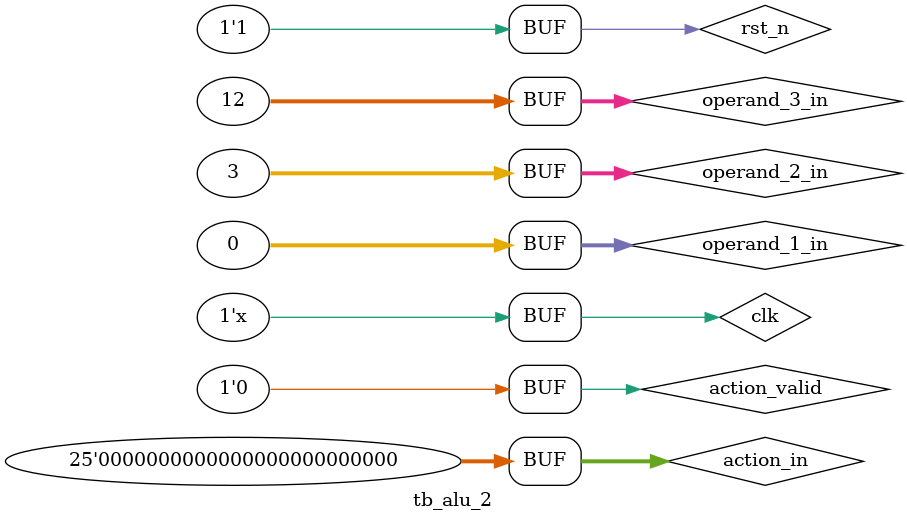
<source format=v>
`timescale 1ns / 1ps

module tb_alu_2 #(
    parameter STAGE = 0,
    parameter ACTION_LEN = 25,
    parameter DATA_WIDTH = 32
)();


reg                             clk;
reg                             rst_n;
//input from sub_action
reg [ACTION_LEN-1:0]            action_in;
reg                             action_valid;
reg [DATA_WIDTH-1:0]            operand_1_in;
reg [DATA_WIDTH-1:0]            operand_2_in;
reg [DATA_WIDTH-1:0]            operand_3_in;

//output to form PHV
wire [DATA_WIDTH-1:0]           container_out;
wire                            container_out_valid;


//clk signal
localparam CYCLE = 10;

always begin
    #(CYCLE/2) clk = ~clk;
end

//reset signal
initial begin
    clk = 0;
    rst_n = 1;
    #(10);
    rst_n = 0; //reset all the values
    #(10);
    rst_n = 1;
end


initial begin
    #(2*CYCLE); //after the rst_n, start the test
    #(5) //posedge of clk    
    /*
        ADD ---> 0001
    */
    action_in <= {4'b0001, 21'b0010001001};
    action_valid <= 1'b1;
    operand_1_in <= 32'b1;
    operand_2_in <= 32'd3;
    operand_3_in <= 32'd12;
    #(CYCLE)
    action_in <= 25'b0;
    action_valid <= 1'b0;
    operand_1_in <= 32'b0;
    operand_2_in <= 32'd3;
    operand_3_in <= 32'b0;
    #(2*CYCLE)

    /*
        SUB ---> 0010
    */
    action_in <= {4'b0010, 21'b0010001001};
    action_valid <= 1'b1;
    operand_1_in <= 32'd20;
    operand_2_in <= 32'd3;
    operand_3_in <= 32'd12;
    #(CYCLE)
    action_in <= 25'b0;
    action_valid <= 1'b0;
    operand_1_in <= 32'b0;
    operand_2_in <= 32'd3;
    operand_3_in <= 32'd12;
    #(2*CYCLE)

    /*
        illegitimate action
    */
    action_in <= {4'b0011, 21'b0010001001};
    action_valid <= 1'b1;
    operand_1_in <= 32'd20;
    operand_2_in <= 32'd3;
    operand_3_in <= 32'd12;
    #(CYCLE)
    action_in <= 25'b0;
    action_valid <= 1'b0;
    operand_1_in <= 32'b0;
    operand_2_in <= 32'd3;
    operand_3_in <= 32'd12;
    #(2*CYCLE)

    /*
        store action
    */
    action_in <= {4'b1000, 5'b00100, 16'b11111111};
    action_valid <= 1'b1;
    operand_1_in <= 32'd20;
    operand_2_in <= 32'd3;
    operand_3_in <= 32'd12;
    #(CYCLE)
    action_in <= 25'b0;
    action_valid <= 1'b0;
    operand_1_in <= 32'b0;
    operand_2_in <= 32'd3;
    operand_3_in <= 32'd12;
    #(2*CYCLE)

    /*
        load action
    */
    action_in <= {4'b1011, 5'b00100, 16'b11111111};
    action_valid <= 1'b1;
    operand_1_in <= 32'd20;
    operand_2_in <= 32'd3;
    operand_3_in <= 32'd12;
    #(CYCLE)
    action_in <= 25'b0;
    action_valid <= 1'b0;
    operand_1_in <= 32'b0;
    operand_2_in <= 32'd3;
    operand_3_in <= 32'd12;
    #(2*CYCLE)

    /*
        reset to IDLE
    */
    action_in <= 25'b0;
    action_valid <= 1'b0;
    operand_1_in <= 32'b0;
    operand_2_in <= 32'd3;
    operand_3_in <= 32'd12;
    #(2*CYCLE);
end


alu_2 #(
    .STAGE(STAGE),
    .ACTION_LEN(),
    .DATA_WIDTH()  //data width of the ALU
)alu_2_0(
    .clk(clk),
    .rst_n(rst_n),
    //input from sub_action
    .action_in(action_in),
    .action_valid(action_valid),
    .operand_1_in(operand_1_in),
    .operand_2_in(operand_2_in),
    .operand_3_in(operand_3_in),
    //output to form PHV
    .container_out(container_out),
    .container_out_valid(container_out_valid)
);

endmodule
</source>
